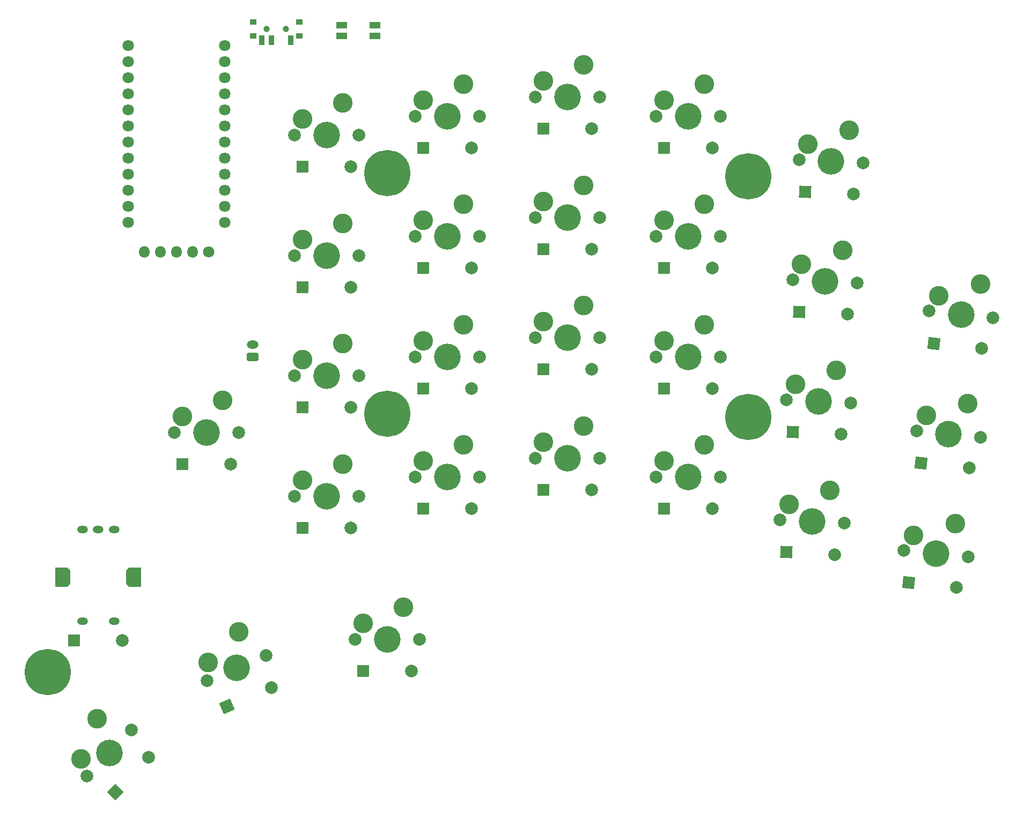
<source format=gbr>
%TF.GenerationSoftware,KiCad,Pcbnew,9.0.0*%
%TF.CreationDate,2025-04-09T21:05:37+02:00*%
%TF.ProjectId,right,72696768-742e-46b6-9963-61645f706362,1*%
%TF.SameCoordinates,Original*%
%TF.FileFunction,Soldermask,Top*%
%TF.FilePolarity,Negative*%
%FSLAX46Y46*%
G04 Gerber Fmt 4.6, Leading zero omitted, Abs format (unit mm)*
G04 Created by KiCad (PCBNEW 9.0.0) date 2025-04-09 21:05:37*
%MOMM*%
%LPD*%
G01*
G04 APERTURE LIST*
G04 Aperture macros list*
%AMRoundRect*
0 Rectangle with rounded corners*
0 $1 Rounding radius*
0 $2 $3 $4 $5 $6 $7 $8 $9 X,Y pos of 4 corners*
0 Add a 4 corners polygon primitive as box body*
4,1,4,$2,$3,$4,$5,$6,$7,$8,$9,$2,$3,0*
0 Add four circle primitives for the rounded corners*
1,1,$1+$1,$2,$3*
1,1,$1+$1,$4,$5*
1,1,$1+$1,$6,$7*
1,1,$1+$1,$8,$9*
0 Add four rect primitives between the rounded corners*
20,1,$1+$1,$2,$3,$4,$5,0*
20,1,$1+$1,$4,$5,$6,$7,0*
20,1,$1+$1,$6,$7,$8,$9,0*
20,1,$1+$1,$8,$9,$2,$3,0*%
%AMFreePoly0*
4,1,15,1.095355,1.135355,1.535355,0.695355,1.550000,0.660000,1.550000,-1.100000,1.535355,-1.135355,1.500000,-1.150000,-1.500000,-1.150000,-1.535355,-1.135355,-1.550000,-1.100000,-1.550000,0.660000,-1.535355,0.695355,-1.095355,1.135355,-1.060000,1.150000,1.060000,1.150000,1.095355,1.135355,1.095355,1.135355,$1*%
%AMFreePoly1*
4,1,15,1.535355,1.135355,1.550000,1.100000,1.550000,-0.660000,1.535355,-0.695355,1.095355,-1.135355,1.060000,-1.150000,-1.060000,-1.150000,-1.095355,-1.135355,-1.535355,-0.695355,-1.550000,-0.660000,-1.550000,1.100000,-1.535355,1.135355,-1.500000,1.150000,1.500000,1.150000,1.535355,1.135355,1.535355,1.135355,$1*%
G04 Aperture macros list end*
%ADD10C,7.300000*%
%ADD11C,1.800000*%
%ADD12RoundRect,0.050000X0.500000X0.400000X-0.500000X0.400000X-0.500000X-0.400000X0.500000X-0.400000X0*%
%ADD13C,1.000000*%
%ADD14RoundRect,0.050000X0.350000X0.750000X-0.350000X0.750000X-0.350000X-0.750000X0.350000X-0.750000X0*%
%ADD15RoundRect,0.050000X0.775000X0.500000X-0.775000X0.500000X-0.775000X-0.500000X0.775000X-0.500000X0*%
%ADD16FreePoly0,90.000000*%
%ADD17FreePoly1,90.000000*%
%ADD18O,1.700000X1.200000*%
%ADD19O,1.800000X1.800000*%
%ADD20C,2.000000*%
%ADD21C,3.100000*%
%ADD22C,4.200000*%
%ADD23RoundRect,0.050000X-0.934308X-0.841255X0.841255X-0.934308X0.934308X0.841255X-0.841255X0.934308X0*%
%ADD24C,2.005000*%
%ADD25RoundRect,0.050000X-0.889000X-0.889000X0.889000X-0.889000X0.889000X0.889000X-0.889000X0.889000X0*%
%ADD26RoundRect,0.050000X0.021942X-1.257044X1.257044X0.021942X-0.021942X1.257044X-1.257044X-0.021942X0*%
%ADD27RoundRect,0.050000X-0.470969X-1.165689X1.165689X-0.470969X0.470969X1.165689X-1.165689X0.470969X0*%
%ADD28RoundRect,0.260000X-0.665000X0.390000X-0.665000X-0.390000X0.665000X-0.390000X0.665000X0.390000X0*%
%ADD29O,1.850000X1.300000*%
%ADD30RoundRect,0.050000X-0.977056X-0.791204X0.791204X-0.977056X0.977056X0.791204X-0.791204X0.977056X0*%
G04 APERTURE END LIST*
D10*
%TO.C,H2*%
X247580075Y-139491273D03*
%TD*%
D11*
%TO.C,MCU1*%
X164950083Y-80841280D03*
X164950083Y-83381280D03*
X164950083Y-85921280D03*
X164950082Y-88461280D03*
X164950083Y-91001280D03*
X164950083Y-93541280D03*
X164950083Y-96081280D03*
X164950083Y-98621280D03*
X164950083Y-101161280D03*
X164950083Y-103701280D03*
X164950083Y-106241280D03*
X164950081Y-108781279D03*
X149710083Y-108781279D03*
X149710083Y-106241280D03*
X149710083Y-103701280D03*
X149710083Y-101161280D03*
X149710084Y-98621280D03*
X149710083Y-96081280D03*
X149710083Y-93541280D03*
X149710083Y-91001280D03*
X149710083Y-88461280D03*
X149710083Y-85921280D03*
X149710083Y-83381280D03*
X149710083Y-80841280D03*
%TD*%
D10*
%TO.C,H5*%
X136980077Y-179791272D03*
%TD*%
D12*
%TO.C,PWR1*%
X169430078Y-79326277D03*
X176730078Y-79326277D03*
D13*
X174580077Y-78216278D03*
X171580078Y-78216277D03*
D12*
X176730078Y-77116277D03*
X169430078Y-77116276D03*
D14*
X175330078Y-79976277D03*
X172330078Y-79976276D03*
X170830077Y-79976278D03*
%TD*%
D10*
%TO.C,H3*%
X190580076Y-100991274D03*
%TD*%
%TO.C,H4*%
X190580080Y-138991273D03*
%TD*%
%TO.C,H1*%
X247580079Y-101491278D03*
%TD*%
D15*
%TO.C,RST1*%
X188705069Y-77641271D03*
X188705069Y-79341271D03*
X183455069Y-77641271D03*
X183455069Y-79341271D03*
%TD*%
D16*
%TO.C,RE1*%
X150580078Y-164791276D03*
D17*
X139380078Y-164791276D03*
D18*
X142480078Y-157291276D03*
X144980078Y-157291276D03*
X147480078Y-157291276D03*
X147480078Y-171791276D03*
X142480079Y-171791275D03*
%TD*%
D19*
%TO.C,DISP1*%
X152250075Y-113391275D03*
X154790076Y-113391275D03*
X157330076Y-113391275D03*
X159870077Y-113391274D03*
D11*
X162410077Y-113391275D03*
%TD*%
D20*
%TO.C,S25*%
X185500077Y-174641275D03*
D21*
X186770076Y-172101275D03*
D22*
X190580077Y-174641275D03*
D21*
X193120077Y-169561275D03*
D20*
X195660077Y-174641275D03*
%TD*%
%TO.C,S23*%
X176000078Y-94991275D03*
D21*
X177270077Y-92451275D03*
D22*
X181080078Y-94991275D03*
D21*
X183620078Y-89911275D03*
D20*
X186160078Y-94991275D03*
%TD*%
%TO.C,S13*%
X214000076Y-126991274D03*
D21*
X215270075Y-124451274D03*
D22*
X219080076Y-126991274D03*
D21*
X221620076Y-121911274D03*
D20*
X224160076Y-126991274D03*
%TD*%
%TO.C,S9*%
X233000072Y-129991272D03*
D21*
X234270071Y-127451272D03*
D22*
X238080072Y-129991272D03*
D21*
X240620072Y-124911272D03*
D20*
X243160072Y-129991272D03*
%TD*%
D23*
%TO.C,D5*%
X254616647Y-141846938D03*
D24*
X262226205Y-142245738D03*
%TD*%
D25*
%TO.C,D20*%
X177270075Y-156991269D03*
D24*
X184890075Y-156991269D03*
%TD*%
D20*
%TO.C,S20*%
X176000086Y-151991272D03*
D21*
X177270085Y-149451272D03*
D22*
X181080086Y-151991272D03*
D21*
X183620086Y-146911272D03*
D20*
X186160086Y-151991272D03*
%TD*%
%TO.C,S24*%
X157000077Y-141991276D03*
D21*
X158270076Y-139451276D03*
D22*
X162080077Y-141991276D03*
D21*
X164620077Y-136911276D03*
D20*
X167160077Y-141991276D03*
%TD*%
D23*
%TO.C,D6*%
X255611029Y-122872980D03*
D24*
X263220587Y-123271780D03*
%TD*%
D20*
%TO.C,S27*%
X143197508Y-196217660D03*
D21*
X142252602Y-193539666D03*
D22*
X146726373Y-192563414D03*
D21*
X144836558Y-187207425D03*
D20*
X150255238Y-188909168D03*
%TD*%
D25*
%TO.C,D15*%
X215270083Y-93991274D03*
D24*
X222890083Y-93991274D03*
%TD*%
D20*
%TO.C,S3*%
X276135762Y-122773229D03*
D21*
X277664305Y-120379896D03*
D22*
X281187932Y-123304235D03*
D21*
X284245022Y-118517566D03*
D20*
X286240102Y-123835241D03*
%TD*%
D25*
%TO.C,D12*%
X215270078Y-150991271D03*
D24*
X222890078Y-150991271D03*
%TD*%
D25*
%TO.C,D10*%
X234270076Y-115991272D03*
D24*
X241890076Y-115991272D03*
%TD*%
D25*
%TO.C,D28*%
X141170077Y-174791276D03*
D24*
X148790077Y-174791276D03*
%TD*%
D26*
%TO.C,D27*%
X147676430Y-198777386D03*
D24*
X152969726Y-193296016D03*
%TD*%
D25*
%TO.C,D13*%
X215270079Y-131991276D03*
D24*
X222890079Y-131991276D03*
%TD*%
D27*
%TO.C,D26*%
X165276608Y-185232484D03*
D24*
X172290854Y-182255110D03*
%TD*%
D20*
%TO.C,S8*%
X233000079Y-148991278D03*
D21*
X234270078Y-146451278D03*
D22*
X238080079Y-148991278D03*
D21*
X240620079Y-143911278D03*
D20*
X243160079Y-148991278D03*
%TD*%
%TO.C,S12*%
X214000083Y-145991273D03*
D21*
X215270082Y-143451273D03*
D22*
X219080083Y-145991273D03*
D21*
X221620083Y-140911273D03*
D20*
X224160083Y-145991273D03*
%TD*%
D25*
%TO.C,D21*%
X177270074Y-137991274D03*
D24*
X184890074Y-137991274D03*
%TD*%
D20*
%TO.C,S2*%
X274149719Y-141669140D03*
D21*
X275678262Y-139275807D03*
D22*
X279201889Y-142200146D03*
D21*
X282258979Y-137413477D03*
D20*
X284254059Y-142731152D03*
%TD*%
%TO.C,S1*%
X272163679Y-160565057D03*
D21*
X273692222Y-158171724D03*
D22*
X277215849Y-161096063D03*
D21*
X280272939Y-156309394D03*
D20*
X282268019Y-161627069D03*
%TD*%
D28*
%TO.C,JST1*%
X169330077Y-130041276D03*
D29*
X169330077Y-128041276D03*
%TD*%
D23*
%TO.C,D7*%
X256605407Y-103899020D03*
D24*
X264214965Y-104297820D03*
%TD*%
D20*
%TO.C,S4*%
X252615679Y-155761284D03*
D21*
X254016871Y-153291232D03*
D22*
X257688717Y-156027151D03*
D21*
X260491103Y-151087046D03*
D20*
X262761755Y-156293018D03*
%TD*%
%TO.C,S17*%
X195000082Y-129991279D03*
D21*
X196270081Y-127451279D03*
D22*
X200080082Y-129991279D03*
D21*
X202620082Y-124911279D03*
D20*
X205160082Y-129991279D03*
%TD*%
D30*
%TO.C,D2*%
X274890117Y-146774502D03*
D24*
X282468371Y-147571006D03*
%TD*%
D20*
%TO.C,S22*%
X176000074Y-113991275D03*
D21*
X177270073Y-111451275D03*
D22*
X181080074Y-113991275D03*
D21*
X183620074Y-108911275D03*
D20*
X186160074Y-113991275D03*
%TD*%
D23*
%TO.C,D4*%
X253622263Y-160820897D03*
D24*
X261231821Y-161219697D03*
%TD*%
D25*
%TO.C,D22*%
X177270086Y-118991275D03*
D24*
X184890086Y-118991275D03*
%TD*%
D20*
%TO.C,S26*%
X162153916Y-181126190D03*
D21*
X162330500Y-178291879D03*
D22*
X166830081Y-179141276D03*
D21*
X167183249Y-173472654D03*
D20*
X171506246Y-177156362D03*
%TD*%
D25*
%TO.C,D8*%
X234270082Y-153991277D03*
D24*
X241890082Y-153991277D03*
%TD*%
D25*
%TO.C,D24*%
X158270081Y-146991271D03*
D24*
X165890081Y-146991271D03*
%TD*%
D20*
%TO.C,S19*%
X195000076Y-91991273D03*
D21*
X196270075Y-89451273D03*
D22*
X200080076Y-91991273D03*
D21*
X202620076Y-86911273D03*
D20*
X205160076Y-91991273D03*
%TD*%
%TO.C,S21*%
X176000077Y-132991277D03*
D21*
X177270076Y-130451277D03*
D22*
X181080077Y-132991277D03*
D21*
X183620077Y-127911277D03*
D20*
X186160077Y-132991277D03*
%TD*%
D30*
%TO.C,D3*%
X276876157Y-127878589D03*
D24*
X284454411Y-128675093D03*
%TD*%
D25*
%TO.C,D16*%
X196270076Y-153991276D03*
D24*
X203890076Y-153991276D03*
%TD*%
D20*
%TO.C,S10*%
X233000081Y-110991274D03*
D21*
X234270080Y-108451274D03*
D22*
X238080081Y-110991274D03*
D21*
X240620081Y-105911274D03*
D20*
X243160081Y-110991274D03*
%TD*%
D25*
%TO.C,D14*%
X215270080Y-112991271D03*
D24*
X222890080Y-112991271D03*
%TD*%
D25*
%TO.C,D17*%
X196270078Y-134991274D03*
D24*
X203890078Y-134991274D03*
%TD*%
D25*
%TO.C,D9*%
X234270075Y-134991272D03*
D24*
X241890075Y-134991272D03*
%TD*%
D20*
%TO.C,S14*%
X214000076Y-107991270D03*
D21*
X215270075Y-105451270D03*
D22*
X219080076Y-107991270D03*
D21*
X221620076Y-102911270D03*
D20*
X224160076Y-107991270D03*
%TD*%
D30*
%TO.C,D1*%
X272904074Y-165670417D03*
D24*
X280482328Y-166466921D03*
%TD*%
D25*
%TO.C,D11*%
X234270071Y-96991277D03*
D24*
X241890071Y-96991277D03*
%TD*%
D20*
%TO.C,S15*%
X214000073Y-88991271D03*
D21*
X215270072Y-86451271D03*
D22*
X219080073Y-88991271D03*
D21*
X221620073Y-83911271D03*
D20*
X224160073Y-88991271D03*
%TD*%
D25*
%TO.C,D18*%
X196270076Y-115991277D03*
D24*
X203890076Y-115991277D03*
%TD*%
D20*
%TO.C,S18*%
X195000080Y-110991274D03*
D21*
X196270079Y-108451274D03*
D22*
X200080080Y-110991274D03*
D21*
X202620080Y-105911274D03*
D20*
X205160080Y-110991274D03*
%TD*%
D25*
%TO.C,D23*%
X177270072Y-99991274D03*
D24*
X184890072Y-99991274D03*
%TD*%
D20*
%TO.C,S5*%
X253610066Y-136787327D03*
D21*
X255011258Y-134317275D03*
D22*
X258683104Y-137053194D03*
D21*
X261485490Y-132113089D03*
D20*
X263756142Y-137319061D03*
%TD*%
D25*
%TO.C,D25*%
X186770081Y-179641281D03*
D24*
X194390081Y-179641281D03*
%TD*%
D20*
%TO.C,S7*%
X255598828Y-98839406D03*
D21*
X257000020Y-96369354D03*
D22*
X260671866Y-99105273D03*
D21*
X263474252Y-94165168D03*
D20*
X265744904Y-99371140D03*
%TD*%
%TO.C,S11*%
X233000074Y-91991271D03*
D21*
X234270073Y-89451271D03*
D22*
X238080074Y-91991271D03*
D21*
X240620074Y-86911271D03*
D20*
X243160074Y-91991271D03*
%TD*%
%TO.C,S6*%
X254604447Y-117813364D03*
D21*
X256005639Y-115343312D03*
D22*
X259677485Y-118079231D03*
D21*
X262479871Y-113139126D03*
D20*
X264750523Y-118345098D03*
%TD*%
%TO.C,S16*%
X195000074Y-148991269D03*
D21*
X196270073Y-146451269D03*
D22*
X200080074Y-148991269D03*
D21*
X202620074Y-143911269D03*
D20*
X205160074Y-148991269D03*
%TD*%
D25*
%TO.C,D19*%
X196270076Y-96991278D03*
D24*
X203890076Y-96991278D03*
%TD*%
M02*

</source>
